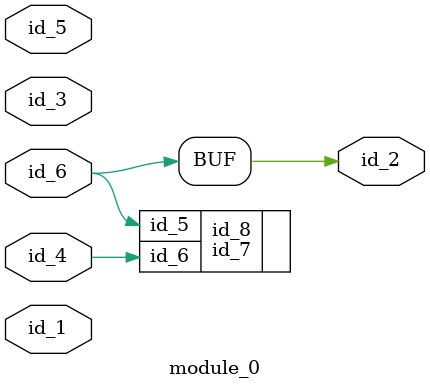
<source format=v>
module module_0 (
    id_1,
    id_2,
    id_3,
    id_4,
    id_5,
    id_6
);
  input id_6;
  input id_5;
  input id_4;
  input id_3;
  output id_2;
  input id_1;
  assign id_2 = id_6;
  id_7 id_8 (
      .id_6(id_4),
      .id_5(id_2)
  );
endmodule

</source>
